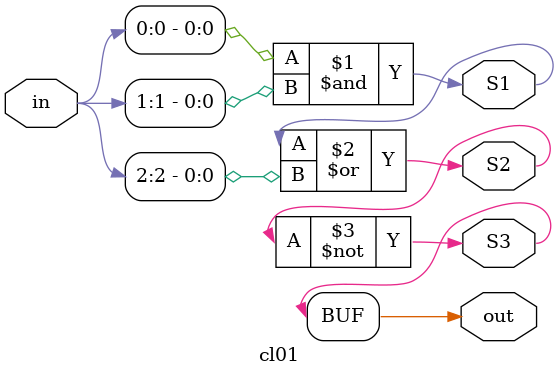
<source format=v>
`timescale 1ns / 100ps 
module cl01( 
  input [2:0] in, 
  output S1,S2,S3, 
  output out 
); // GATE model
  // wire S0,S1,S2,S3; 
  and #1 U1(S1,in[0],in[1]); 
  or #2 U2(S2,S1,in[2]); 
  not #3 U3(S3,S2); 
  assign out=S3; 
endmodule

</source>
